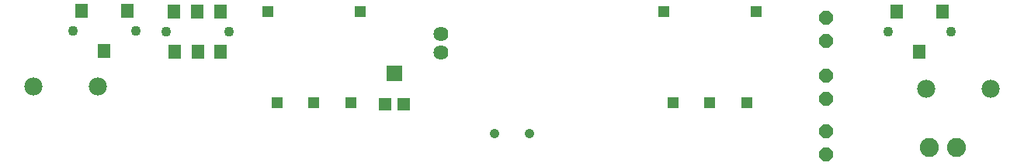
<source format=gbs>
G75*
%MOIN*%
%OFA0B0*%
%FSLAX25Y25*%
%IPPOS*%
%LPD*%
%AMOC8*
5,1,8,0,0,1.08239X$1,22.5*
%
%ADD10C,0.08200*%
%ADD11OC8,0.06000*%
%ADD12C,0.06400*%
%ADD13R,0.05524X0.06312*%
%ADD14C,0.04343*%
%ADD15R,0.06706X0.07099*%
%ADD16R,0.05524X0.05524*%
%ADD17C,0.07800*%
%ADD18R,0.05162X0.05162*%
%ADD19C,0.04146*%
D10*
X0412308Y0023846D03*
X0423708Y0023846D03*
D11*
X0368008Y0020846D03*
X0368008Y0030846D03*
X0368008Y0044846D03*
X0368008Y0054846D03*
X0368008Y0069846D03*
X0368008Y0079846D03*
D12*
X0202508Y0072783D03*
X0202508Y0064909D03*
D13*
X0107850Y0065185D03*
X0098165Y0065185D03*
X0088165Y0065185D03*
X0058008Y0065555D03*
X0067850Y0082878D03*
X0048165Y0082878D03*
X0088008Y0082508D03*
X0098008Y0082508D03*
X0108008Y0082508D03*
X0398165Y0082708D03*
X0417850Y0082708D03*
X0408008Y0065385D03*
D14*
X0421394Y0074046D03*
X0394622Y0074046D03*
X0111394Y0073846D03*
X0084622Y0073846D03*
X0071394Y0074217D03*
X0044622Y0074217D03*
D15*
X0182508Y0055752D03*
D16*
X0178571Y0042661D03*
X0186445Y0042661D03*
D17*
X0055114Y0050319D03*
X0027555Y0050319D03*
X0410917Y0049374D03*
X0438476Y0049374D03*
D18*
X0333756Y0043319D03*
X0318008Y0043319D03*
X0302260Y0043319D03*
X0163756Y0043319D03*
X0148008Y0043319D03*
X0132260Y0043319D03*
X0128323Y0082689D03*
X0167693Y0082689D03*
X0298323Y0082689D03*
X0337693Y0082689D03*
D19*
X0240488Y0030008D03*
X0225528Y0030008D03*
M02*

</source>
